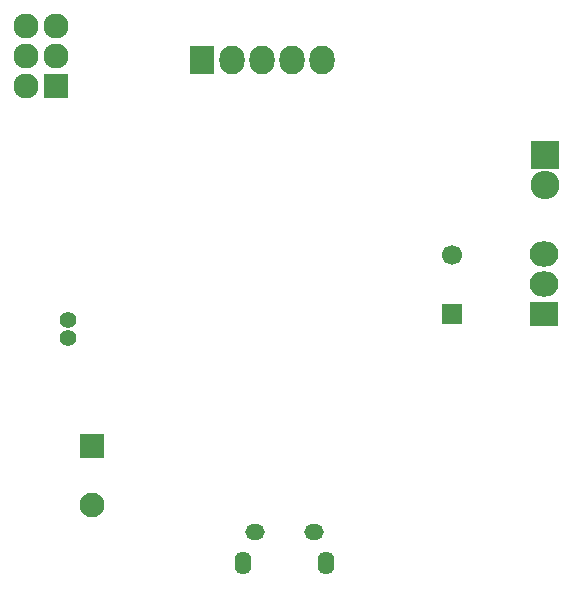
<source format=gbr>
G04 #@! TF.FileFunction,Soldermask,Bot*
%FSLAX46Y46*%
G04 Gerber Fmt 4.6, Leading zero omitted, Abs format (unit mm)*
G04 Created by KiCad (PCBNEW 4.0.1-stable) date 02/05/2016 15:08:14*
%MOMM*%
G01*
G04 APERTURE LIST*
%ADD10C,0.100000*%
%ADD11C,2.100000*%
%ADD12R,2.100000X2.100000*%
%ADD13R,2.127200X2.432000*%
%ADD14O,2.127200X2.432000*%
%ADD15R,2.127200X2.127200*%
%ADD16O,2.127200X2.127200*%
%ADD17O,1.650000X1.350000*%
%ADD18O,1.400000X1.950000*%
%ADD19R,2.432000X2.127200*%
%ADD20O,2.432000X2.127200*%
%ADD21C,1.400760*%
%ADD22R,1.700000X1.700000*%
%ADD23C,1.700000*%
%ADD24R,2.432000X2.432000*%
%ADD25O,2.432000X2.432000*%
G04 APERTURE END LIST*
D10*
D11*
X108744000Y-123716000D03*
D12*
X108744000Y-118716000D03*
D13*
X118000000Y-86000000D03*
D14*
X120540000Y-86000000D03*
X123080000Y-86000000D03*
X125620000Y-86000000D03*
X128160000Y-86000000D03*
D15*
X105696000Y-88236000D03*
D16*
X103156000Y-88236000D03*
X105696000Y-85696000D03*
X103156000Y-85696000D03*
X105696000Y-83156000D03*
X103156000Y-83156000D03*
D17*
X122499100Y-125937460D03*
X127499100Y-125937460D03*
D18*
X121499100Y-128637460D03*
X128499100Y-128637460D03*
D19*
X147000000Y-107500000D03*
D20*
X147000000Y-104960000D03*
X147000000Y-102420000D03*
D21*
X106712000Y-109559300D03*
X106712000Y-108060700D03*
D22*
X139224000Y-107540000D03*
D23*
X139224000Y-102540000D03*
D24*
X147098000Y-94078000D03*
D25*
X147098000Y-96618000D03*
M02*

</source>
